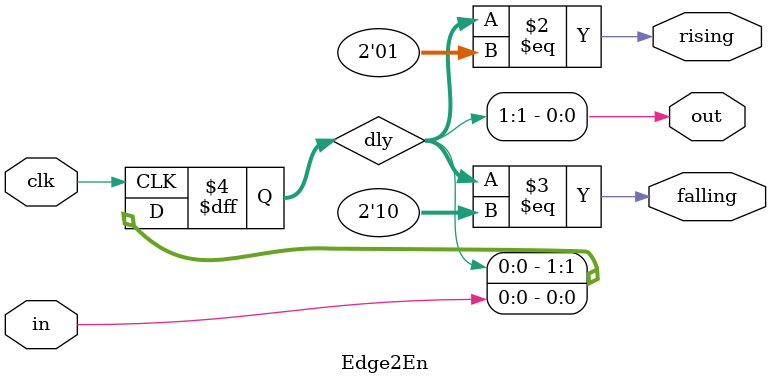
<source format=sv>
`ifndef __EDEG2EN_SV__
`define __EDEG2EN_SV__
`default_nettype none

module Rising2En #( parameter SYNC_STG = 1 )(
    input wire clk, in,
    output logic en, out
);
    logic [SYNC_STG : 0] dly;
    always_ff@(posedge clk) begin
        dly <= {dly[SYNC_STG - 1 : 0], in};
    end
    assign en = (SYNC_STG ? dly[SYNC_STG -: 2] : {dly, in}) == 2'b01;
    assign out = dly[SYNC_STG];
endmodule

module Falling2En #( parameter SYNC_STG = 1 )(
    input wire clk, in,
    output logic en, out
);
    logic [SYNC_STG : 0] dly;
    always_ff@(posedge clk) begin
        dly <= {dly[SYNC_STG - 1 : 0], in};
    end
    assign en = (SYNC_STG ? dly[SYNC_STG -: 2] : {dly, in}) == 2'b10;
    assign out = dly[SYNC_STG];
endmodule

module Edge2En #( parameter SYNC_STG = 1 )(
    input wire clk, in,
    output logic rising, falling, out
);
    logic [SYNC_STG : 0] dly;
    always_ff@(posedge clk) begin
        dly <= {dly[SYNC_STG - 1 : 0], in};
    end
    assign rising = (SYNC_STG ? dly[SYNC_STG -: 2] : {dly, in}) == 2'b01;
    assign falling = (SYNC_STG ? dly[SYNC_STG -: 2] : {dly, in}) == 2'b10;
    assign out = dly[SYNC_STG];
endmodule

`endif

</source>
